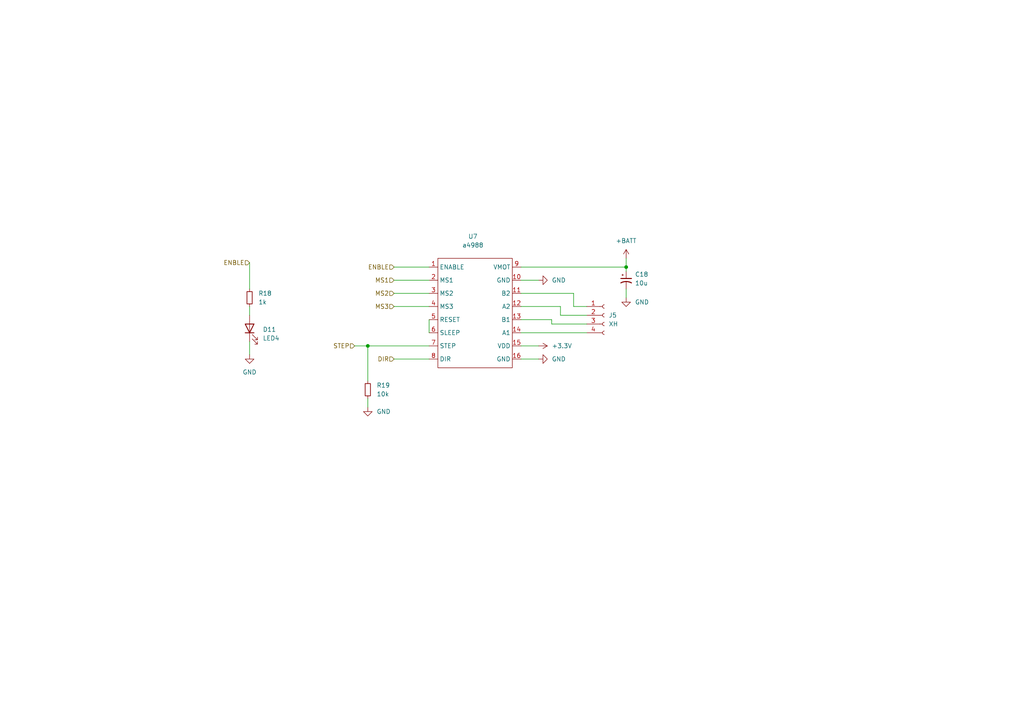
<source format=kicad_sch>
(kicad_sch (version 20231120) (generator "eeschema") (generator_version "8.0")
  (paper "A4")
  (lib_symbols
    (symbol "Connector:Conn_01x04_Female" (pin_names (offset 1.016) hide)
      (property "Reference" "J" (at 0 5.08 0))
      (property "Value" "Conn_01x04_Female" (at 0 -7.62 0))
      (symbol "Conn_01x04_Female_1_1"
        (arc (start 0 -4.572) (mid -0.5058 -5.08) (end 0 -5.588) (stroke (width 0.1524)))
        (arc (start 0 -2.032) (mid -0.5058 -2.54) (end 0 -3.048) (stroke (width 0.1524)))
        (polyline (pts (xy -1.27 -5.08) (xy -0.508 -5.08)) (stroke (width 0.1524)))
        (polyline (pts (xy -1.27 -2.54) (xy -0.508 -2.54)) (stroke (width 0.1524)))
        (polyline (pts (xy -1.27 0) (xy -0.508 0)) (stroke (width 0.1524)))
        (polyline (pts (xy -1.27 2.54) (xy -0.508 2.54)) (stroke (width 0.1524)))
        (arc (start 0 0.508) (mid -0.5058 0) (end 0 -0.508) (stroke (width 0.1524)))
        (arc (start 0 3.048) (mid -0.5058 2.54) (end 0 2.032) (stroke (width 0.1524)))
        (pin passive line (at -5.08 2.54 0) (length 3.81) (name "Pin_1") (number "1"))
        (pin passive line (at -5.08 0 0) (length 3.81) (name "Pin_2") (number "2"))
        (pin passive line (at -5.08 -2.54 0) (length 3.81) (name "Pin_3") (number "3"))
        (pin passive line (at -5.08 -5.08 0) (length 3.81) (name "Pin_4") (number "4"))
      )
    )
    (symbol "Device:C_Polarized_Small_US" (pin_numbers hide) (pin_names (offset 0.254) hide)
      (property "Reference" "C" (at 0.254 1.778 0))
      (property "Value" "C_Polarized_Small_US" (at 0.254 -2.032 0))
      (symbol "C_Polarized_Small_US_0_1"
        (polyline (pts (xy -1.524 0.508) (xy 1.524 0.508)) (stroke (width 0.3048)))
        (polyline (pts (xy -1.27 1.524) (xy -0.762 1.524)))
        (polyline (pts (xy -1.016 1.27) (xy -1.016 1.778)))
        (arc (start 1.524 -0.762) (mid 0 -0.3734) (end -1.524 -0.762) (stroke (width 0.3048)))
      )
      (symbol "C_Polarized_Small_US_1_1"
        (pin passive line (at 0 2.54 270) (length 2.032) (name "~") (number "1"))
        (pin passive line (at 0 -2.54 90) (length 2.032) (name "~") (number "2"))
      )
    )
    (symbol "Device:LED" (pin_numbers hide) (pin_names (offset 1.016) hide)
      (property "Reference" "D" (at 0 2.54 0))
      (property "Value" "LED" (at 0 -2.54 0))
      (symbol "LED_0_1"
        (polyline (pts (xy -1.27 -1.27) (xy -1.27 1.27)) (stroke (width 0.254)))
        (polyline (pts (xy -1.27 0) (xy 1.27 0)))
        (polyline (pts (xy 1.27 -1.27) (xy 1.27 1.27) (xy -1.27 0) (xy 1.27 -1.27)) (stroke (width 0.254)))
        (polyline (pts (xy -3.048 -0.762) (xy -4.572 -2.286) (xy -3.81 -2.286) (xy -4.572 -2.286) (xy -4.572 -1.524)))
        (polyline (pts (xy -1.778 -0.762) (xy -3.302 -2.286) (xy -2.54 -2.286) (xy -3.302 -2.286) (xy -3.302 -1.524)))
      )
      (symbol "LED_1_1"
        (pin passive line (at -3.81 0 0) (length 2.54) (name "K") (number "1"))
        (pin passive line (at 3.81 0 180) (length 2.54) (name "A") (number "2"))
      )
    )
    (symbol "Device:R_Small" (pin_numbers hide) (pin_names (offset 0.254) hide)
      (property "Reference" "R" (at 0.762 0.508 0))
      (property "Value" "R_Small" (at 0.762 -1.016 0))
      (symbol "R_Small_0_1"
        (rectangle (start -0.762 1.778) (end 0.762 -1.778) (stroke (width 0.2032)))
      )
      (symbol "R_Small_1_1"
        (pin passive line (at 0 2.54 270) (length 0.762) (name "~") (number "1"))
        (pin passive line (at 0 -2.54 90) (length 0.762) (name "~") (number "2"))
      )
    )
    (symbol "power:+3.3V" (power) (pin_names (offset 0))
      (property "Value" "+3.3V" (at 0 3.556 0))
      (symbol "+3.3V_0_1"
        (polyline (pts (xy -0.762 1.27) (xy 0 2.54)))
        (polyline (pts (xy 0 0) (xy 0 2.54)))
        (polyline (pts (xy 0 2.54) (xy 0.762 1.27)))
      )
      (symbol "+3.3V_1_1"
        (pin power_in line (at 0 0 90) (length 0) hide (name "+3.3V") (number "1"))
      )
    )
    (symbol "power:+BATT" (power) (pin_names (offset 0))
      (property "Value" "+BATT" (at 0 3.556 0))
      (symbol "+BATT_0_1"
        (polyline (pts (xy -0.762 1.27) (xy 0 2.54)))
        (polyline (pts (xy 0 0) (xy 0 2.54)))
        (polyline (pts (xy 0 2.54) (xy 0.762 1.27)))
      )
      (symbol "+BATT_1_1"
        (pin power_in line (at 0 0 90) (length 0) hide (name "+BATT") (number "1"))
      )
    )
    (symbol "power:GND" (power) (pin_names (offset 0))
      (property "Value" "GND" (at 0 -3.81 0))
      (symbol "GND_0_1"
        (polyline (pts (xy 0 0) (xy 0 -1.27) (xy 1.27 -1.27) (xy 0 -2.54) (xy -1.27 -1.27) (xy 0 -1.27)))
      )
      (symbol "GND_1_1"
        (pin power_in line (at 0 0 270) (length 0) hide (name "GND") (number "1"))
      )
    )
    (symbol "stepper_music_lib:a4988"
      (property "Reference" "U" (at 0 0 0))
      (property "Value" "a4988" (at 0 -2.54 0))
      (symbol "a4988_0_1"
        (rectangle (start -11.43 -5.08) (end 10.16 -36.83))
      )
      (symbol "a4988_1_1"
        (pin input line (at -13.97 -7.62 0) (length 2.54) (name "ENABLE") (number "1"))
        (pin input line (at 12.7 -11.43 180) (length 2.54) (name "GND") (number "10"))
        (pin output line (at 12.7 -15.24 180) (length 2.54) (name "B2") (number "11"))
        (pin output line (at 12.7 -19.05 180) (length 2.54) (name "A2") (number "12"))
        (pin output line (at 12.7 -22.86 180) (length 2.54) (name "B1") (number "13"))
        (pin output line (at 12.7 -26.67 180) (length 2.54) (name "A1") (number "14"))
        (pin input line (at 12.7 -30.48 180) (length 2.54) (name "VDD") (number "15"))
        (pin input line (at 12.7 -34.29 180) (length 2.54) (name "GND") (number "16"))
        (pin input line (at -13.97 -11.43 0) (length 2.54) (name "MS1") (number "2"))
        (pin input line (at -13.97 -15.24 0) (length 2.54) (name "MS2") (number "3"))
        (pin input line (at -13.97 -19.05 0) (length 2.54) (name "MS3") (number "4"))
        (pin input line (at -13.97 -22.86 0) (length 2.54) (name "RESET") (number "5"))
        (pin input line (at -13.97 -26.67 0) (length 2.54) (name "SLEEP") (number "6"))
        (pin input line (at -13.97 -30.48 0) (length 2.54) (name "STEP") (number "7"))
        (pin input line (at -13.97 -34.29 0) (length 2.54) (name "DIR") (number "8"))
        (pin input line (at 12.7 -7.62 180) (length 2.54) (name "VMOT") (number "9"))
      )
    )
  )
  (junction (at 181.61 77.47))
  (junction (at 106.68 100.33))
  (wire (pts (xy 114.3 77.47) (xy 124.46 77.47)))
  (wire (pts (xy 151.13 104.14) (xy 156.21 104.14)))
  (wire (pts (xy 160.02 92.71) (xy 160.02 93.98)))
  (wire (pts (xy 102.87 100.33) (xy 106.68 100.33)))
  (wire (pts (xy 114.3 85.09) (xy 124.46 85.09)))
  (wire (pts (xy 181.61 77.47) (xy 181.61 78.74)))
  (wire (pts (xy 72.39 88.9) (xy 72.39 91.44)))
  (wire (pts (xy 160.02 93.98) (xy 170.18 93.98)))
  (wire (pts (xy 106.68 100.33) (xy 124.46 100.33)))
  (wire (pts (xy 151.13 100.33) (xy 156.21 100.33)))
  (wire (pts (xy 151.13 81.28) (xy 156.21 81.28)))
  (wire (pts (xy 162.56 91.44) (xy 170.18 91.44)))
  (wire (pts (xy 151.13 88.9) (xy 162.56 88.9)))
  (wire (pts (xy 151.13 77.47) (xy 181.61 77.47)))
  (wire (pts (xy 72.39 76.2) (xy 72.39 83.82)))
  (wire (pts (xy 166.37 88.9) (xy 170.18 88.9)))
  (wire (pts (xy 181.61 74.93) (xy 181.61 77.47)))
  (wire (pts (xy 166.37 85.09) (xy 166.37 88.9)))
  (wire (pts (xy 106.68 100.33) (xy 106.68 110.49)))
  (wire (pts (xy 72.39 99.06) (xy 72.39 102.87)))
  (wire (pts (xy 151.13 96.52) (xy 170.18 96.52)))
  (wire (pts (xy 162.56 88.9) (xy 162.56 91.44)))
  (wire (pts (xy 106.68 115.57) (xy 106.68 118.11)))
  (wire (pts (xy 151.13 85.09) (xy 166.37 85.09)))
  (wire (pts (xy 151.13 92.71) (xy 160.02 92.71)))
  (wire (pts (xy 124.46 92.71) (xy 124.46 96.52)))
  (wire (pts (xy 114.3 88.9) (xy 124.46 88.9)))
  (wire (pts (xy 181.61 83.82) (xy 181.61 86.36)))
  (wire (pts (xy 114.3 104.14) (xy 124.46 104.14)))
  (wire (pts (xy 114.3 81.28) (xy 124.46 81.28)))
  (hierarchical_label "MS2" (shape input) (at 114.3 85.09 180))
  (hierarchical_label "ENBLE" (shape input) (at 72.39 76.2 180))
  (hierarchical_label "ENBLE" (shape input) (at 114.3 77.47 180))
  (hierarchical_label "STEP" (shape input) (at 102.87 100.33 180))
  (hierarchical_label "MS1" (shape input) (at 114.3 81.28 180))
  (hierarchical_label "MS3" (shape input) (at 114.3 88.9 180))
  (hierarchical_label "DIR" (shape input) (at 114.3 104.14 180))
  (symbol (lib_id "power:GND") (at 156.21 81.28 90) (unit 1)
    (property "Reference" "#PWR077" (effects (hide yes)))
    (property "Value" "GND" (at 160.02 81.2799 90) (effects (justify right)))
    (instances (project "" (path "" (reference "#PWR077") (unit 1)) (path "" (reference "#PWR098") (unit 1)) (path "" (reference "#PWR084") (unit 1)) (path "" (reference "#PWR0109") (unit 1)) (path "" (reference "#PWR091") (unit 1)) (path "" (reference "#PWR070") (unit 1))))
  )
  (symbol (lib_id "power:+3.3V") (at 156.21 100.33 270) (unit 1)
    (property "Reference" "#PWR078" (effects (hide yes)))
    (property "Value" "+3.3V" (at 160.02 100.3299 90) (effects (justify left)))
    (instances (project "" (path "" (reference "#PWR078") (unit 1)) (path "" (reference "#PWR099") (unit 1)) (path "" (reference "#PWR085") (unit 1)) (path "" (reference "#PWR0110") (unit 1)) (path "" (reference "#PWR092") (unit 1)) (path "" (reference "#PWR071") (unit 1))))
  )
  (symbol (lib_id "power:GND") (at 106.68 118.11 0) (unit 1)
    (property "Reference" "#PWR076" (effects (hide yes)))
    (property "Value" "GND" (at 109.22 119.3799 0) (effects (justify left)))
    (instances (project "" (path "" (reference "#PWR076") (unit 1)) (path "" (reference "#PWR097") (unit 1)) (path "" (reference "#PWR083") (unit 1)) (path "" (reference "#PWR0108") (unit 1)) (path "" (reference "#PWR090") (unit 1)) (path "" (reference "#PWR069") (unit 1))))
  )
  (symbol (lib_id "Device:R_Small") (at 72.39 86.36 0) (unit 1)
    (property "Reference" "R18" (at 74.93 85.0899 0) (effects (justify left)))
    (property "Value" "1k" (at 74.93 87.6299 0) (effects (justify left)))
    (property "Footprint" "Resistor_SMD:R_0603_1608Metric_Pad0.98x0.95mm_HandSolder" (effects (hide yes)))
    (instances (project "main" (path "" (reference "R18") (unit 1)) (path "" (reference "R24") (unit 1)) (path "" (reference "R20") (unit 1)) (path "" (reference "R30") (unit 1)) (path "" (reference "R22") (unit 1)) (path "" (reference "R16") (unit 1))))
  )
  (symbol (lib_id "power:+BATT") (at 181.61 74.93 0) (unit 1)
    (property "Reference" "#PWR080" (effects (hide yes)))
    (property "Value" "+BATT" (at 181.61 69.85 0))
    (instances (project "" (path "" (reference "#PWR080") (unit 1)) (path "" (reference "#PWR0101") (unit 1)) (path "" (reference "#PWR087") (unit 1)) (path "" (reference "#PWR0112") (unit 1)) (path "" (reference "#PWR094") (unit 1)) (path "" (reference "#PWR073") (unit 1))))
  )
  (symbol (lib_id "power:GND") (at 72.39 102.87 0) (unit 1)
    (property "Reference" "#PWR075" (effects (hide yes)))
    (property "Value" "GND" (at 72.39 107.95 0))
    (instances (project "main" (path "" (reference "#PWR075") (unit 1)) (path "" (reference "#PWR096") (unit 1)) (path "" (reference "#PWR082") (unit 1)) (path "" (reference "#PWR0107") (unit 1)) (path "" (reference "#PWR089") (unit 1)) (path "" (reference "#PWR068") (unit 1))))
  )
  (symbol (lib_id "Connector:Conn_01x04_Female") (at 175.26 91.44 0) (unit 1)
    (property "Reference" "J5" (at 176.53 91.4399 0) (effects (justify left)))
    (property "Value" "XH" (at 176.53 93.9799 0) (effects (justify left)))
    (property "Footprint" "Connector_JST:JST_XH_B4B-XH-A_1x04_P2.50mm_Vertical" (effects (hide yes)))
    (instances (project "" (path "" (reference "J5") (unit 1)) (path "" (reference "J8") (unit 1)) (path "" (reference "J6") (unit 1)) (path "" (reference "J11") (unit 1)) (path "" (reference "J7") (unit 1)) (path "" (reference "J4") (unit 1))))
  )
  (symbol (lib_id "power:GND") (at 181.61 86.36 0) (unit 1)
    (property "Reference" "#PWR081" (effects (hide yes)))
    (property "Value" "GND" (at 184.15 87.6299 0) (effects (justify left)))
    (instances (project "" (path "" (reference "#PWR081") (unit 1)) (path "" (reference "#PWR0102") (unit 1)) (path "" (reference "#PWR088") (unit 1)) (path "" (reference "#PWR0113") (unit 1)) (path "" (reference "#PWR095") (unit 1)) (path "" (reference "#PWR074") (unit 1))))
  )
  (symbol (lib_id "Device:R_Small") (at 106.68 113.03 0) (unit 1)
    (property "Reference" "R19" (at 109.22 111.7599 0) (effects (justify left)))
    (property "Value" "10k" (at 109.22 114.2999 0) (effects (justify left)))
    (property "Footprint" "Resistor_SMD:R_0603_1608Metric" (effects (hide yes)))
    (instances (project "" (path "" (reference "R19") (unit 1)) (path "" (reference "R25") (unit 1)) (path "" (reference "R21") (unit 1)) (path "" (reference "R31") (unit 1)) (path "" (reference "R23") (unit 1)) (path "" (reference "R17") (unit 1))))
  )
  (symbol (lib_id "stepper_music_lib:a4988") (at 138.43 69.85 0) (unit 1)
    (property "Reference" "U7" (at 137.16 68.58 0))
    (property "Value" "a4988" (at 137.16 71.12 0))
    (property "Footprint" "stepper_music_lib:a4988" (effects (hide yes)))
    (instances (project "" (path "" (reference "U7") (unit 1)) (path "" (reference "U10") (unit 1)) (path "" (reference "U8") (unit 1)) (path "" (reference "U11") (unit 1)) (path "" (reference "U9") (unit 1)) (path "" (reference "U6") (unit 1))))
  )
  (symbol (lib_id "Device:C_Polarized_Small_US") (at 181.61 81.28 0) (unit 1)
    (property "Reference" "C18" (at 184.15 79.5781 0) (effects (justify left)))
    (property "Value" "10u" (at 184.15 82.1181 0) (effects (justify left)))
    (property "Footprint" "Capacitor_THT:CP_Radial_D5.0mm_P2.50mm" (effects (hide yes)))
    (instances (project "" (path "" (reference "C18") (unit 1)) (path "" (reference "C21") (unit 1)) (path "" (reference "C19") (unit 1)) (path "" (reference "C22") (unit 1)) (path "" (reference "C20") (unit 1)) (path "" (reference "C17") (unit 1))))
  )
  (symbol (lib_id "power:GND") (at 156.21 104.14 90) (unit 1)
    (property "Reference" "#PWR079" (effects (hide yes)))
    (property "Value" "GND" (at 160.02 104.1399 90) (effects (justify right)))
    (instances (project "" (path "" (reference "#PWR079") (unit 1)) (path "" (reference "#PWR0100") (unit 1)) (path "" (reference "#PWR086") (unit 1)) (path "" (reference "#PWR0111") (unit 1)) (path "" (reference "#PWR093") (unit 1)) (path "" (reference "#PWR072") (unit 1))))
  )
  (symbol (lib_id "Device:LED") (at 72.39 95.25 90) (unit 1)
    (property "Reference" "D11" (at 76.2 95.5674 90) (effects (justify right)))
    (property "Value" "LED4" (at 76.2 98.1074 90) (effects (justify right)))
    (property "Footprint" "LED_SMD:LED_0603_1608Metric" (effects (hide yes)))
    (instances (project "main" (path "" (reference "D11") (unit 1)) (path "" (reference "D14") (unit 1)) (path "" (reference "D12") (unit 1)) (path "" (reference "D15") (unit 1)) (path "" (reference "D13") (unit 1)) (path "" (reference "D10") (unit 1))))
  )
)
</source>
